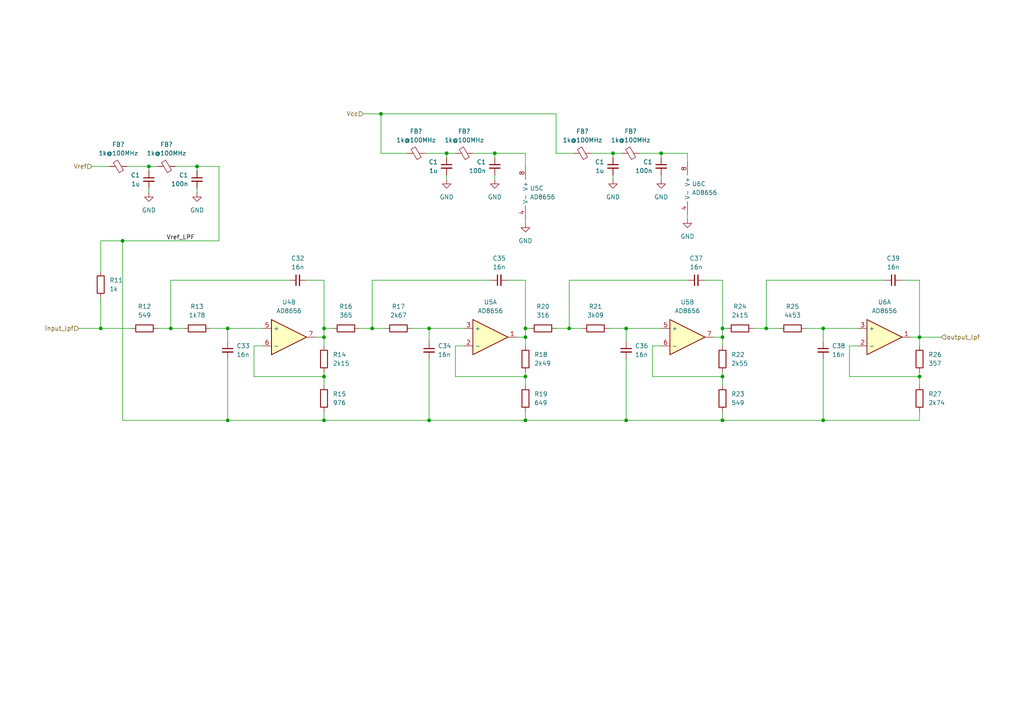
<source format=kicad_sch>
(kicad_sch (version 20230121) (generator eeschema)
  (paper "A4")
  (lib_symbols
    (symbol "Device:C_Small" (pin_numbers hide) (pin_names (offset 0.254) hide)
      (property "Reference" "C" (at 0.254 1.778 0))
      (property "Value" "C_Small" (at 0.254 -2.032 0))
      (symbol "C_Small_0_1"
        (polyline (pts (xy -1.524 -0.508) (xy 1.524 -0.508)) (stroke (width 0.3302)))
        (polyline (pts (xy -1.524 0.508) (xy 1.524 0.508)) (stroke (width 0.3048)))
      )
      (symbol "C_Small_1_1"
        (pin passive line (at 0 2.54 270) (length 2.032) (name "~") (number "1"))
        (pin passive line (at 0 -2.54 90) (length 2.032) (name "~") (number "2"))
      )
    )
    (symbol "Device:FerriteBead_Small" (pin_numbers hide) (pin_names (offset 0))
      (property "Reference" "FB" (at 1.905 1.27 0))
      (property "Value" "FerriteBead_Small" (at 1.905 -1.27 0))
      (symbol "FerriteBead_Small_0_1"
        (polyline (pts (xy 0 -1.27) (xy 0 -0.7874)))
        (polyline (pts (xy 0 0.889) (xy 0 1.2954)))
        (polyline (pts (xy -1.8288 0.2794) (xy -1.1176 1.4986) (xy 1.8288 -0.2032) (xy 1.1176 -1.4224) (xy -1.8288 0.2794)))
      )
      (symbol "FerriteBead_Small_1_1"
        (pin passive line (at 0 2.54 270) (length 1.27) (name "~") (number "1"))
        (pin passive line (at 0 -2.54 90) (length 1.27) (name "~") (number "2"))
      )
    )
    (symbol "Device:Opamp_Dual"
      (property "Reference" "U" (at 0 5.08 0))
      (property "Value" "Opamp_Dual" (at 0 -5.08 0))
      (symbol "Opamp_Dual_1_1"
        (polyline (pts (xy -5.08 5.08) (xy 5.08 0) (xy -5.08 -5.08) (xy -5.08 5.08)) (stroke (width 0.254)) (fill (type background)))
        (pin output line (at 7.62 0 180) (length 2.54) (name "~") (number "1"))
        (pin input line (at -7.62 -2.54 0) (length 2.54) (name "-") (number "2"))
        (pin input line (at -7.62 2.54 0) (length 2.54) (name "+") (number "3"))
      )
      (symbol "Opamp_Dual_2_1"
        (polyline (pts (xy -5.08 5.08) (xy 5.08 0) (xy -5.08 -5.08) (xy -5.08 5.08)) (stroke (width 0.254)) (fill (type background)))
        (pin input line (at -7.62 2.54 0) (length 2.54) (name "+") (number "5"))
        (pin input line (at -7.62 -2.54 0) (length 2.54) (name "-") (number "6"))
        (pin output line (at 7.62 0 180) (length 2.54) (name "~") (number "7"))
      )
      (symbol "Opamp_Dual_3_1"
        (pin power_in line (at -2.54 -7.62 90) (length 3.81) (name "V-") (number "4"))
        (pin power_in line (at -2.54 7.62 270) (length 3.81) (name "V+") (number "8"))
      )
    )
    (symbol "Device:R" (pin_numbers hide) (pin_names (offset 0))
      (property "Reference" "R" (at 2.032 0 90))
      (property "Value" "R" (at 0 0 90))
      (symbol "R_0_1"
        (rectangle (start -1.016 -2.54) (end 1.016 2.54) (stroke (width 0.254)))
      )
      (symbol "R_1_1"
        (pin passive line (at 0 3.81 270) (length 1.27) (name "~") (number "1"))
        (pin passive line (at 0 -3.81 90) (length 1.27) (name "~") (number "2"))
      )
    )
    (symbol "power:GND" (power) (pin_names (offset 0))
      (property "Value" "GND" (at 0 -3.81 0))
      (symbol "GND_0_1"
        (polyline (pts (xy 0 0) (xy 0 -1.27) (xy 1.27 -1.27) (xy 0 -2.54) (xy -1.27 -1.27) (xy 0 -1.27)))
      )
      (symbol "GND_1_1"
        (pin power_in line (at 0 0 270) (length 0) hide (name "GND") (number "1"))
      )
    )
  )
  (junction (at 238.76 121.92))
  (junction (at 143.51 44.45))
  (junction (at 152.4 97.79))
  (junction (at 93.98 109.22))
  (junction (at 177.8 44.45))
  (junction (at 165.1 95.25))
  (junction (at 152.4 109.22))
  (junction (at 209.55 121.92))
  (junction (at 191.77 44.45))
  (junction (at 152.4 95.25))
  (junction (at 266.7 97.79))
  (junction (at 107.95 95.25))
  (junction (at 129.54 44.45))
  (junction (at 181.61 121.92))
  (junction (at 49.53 95.25))
  (junction (at 93.98 121.92))
  (junction (at 152.4 121.92))
  (junction (at 209.55 109.22))
  (junction (at 209.55 97.79))
  (junction (at 266.7 109.22))
  (junction (at 29.21 95.25))
  (junction (at 43.18 48.26))
  (junction (at 124.46 95.25))
  (junction (at 66.04 95.25))
  (junction (at 35.56 69.85))
  (junction (at 124.46 121.92))
  (junction (at 57.15 48.26))
  (junction (at 238.76 95.25))
  (junction (at 209.55 95.25))
  (junction (at 181.61 95.25))
  (junction (at 93.98 95.25))
  (junction (at 110.49 33.02))
  (junction (at 66.04 121.92))
  (junction (at 93.98 97.79))
  (junction (at 222.25 95.25))
  (wire (pts (xy 73.66 109.22) (xy 93.98 109.22)))
  (wire (pts (xy 152.4 95.25) (xy 153.67 95.25)))
  (wire (pts (xy 73.66 100.33) (xy 73.66 109.22)))
  (wire (pts (xy 66.04 121.92) (xy 93.98 121.92)))
  (wire (pts (xy 248.92 100.33) (xy 246.38 100.33)))
  (wire (pts (xy 266.7 81.28) (xy 261.62 81.28)))
  (wire (pts (xy 93.98 95.25) (xy 93.98 97.79)))
  (wire (pts (xy 238.76 95.25) (xy 248.92 95.25)))
  (wire (pts (xy 43.18 48.26) (xy 45.72 48.26)))
  (wire (pts (xy 152.4 121.92) (xy 152.4 119.38)))
  (wire (pts (xy 66.04 95.25) (xy 66.04 99.06)))
  (wire (pts (xy 142.24 81.28) (xy 107.95 81.28)))
  (wire (pts (xy 43.18 48.26) (xy 36.83 48.26)))
  (wire (pts (xy 266.7 107.95) (xy 266.7 109.22)))
  (wire (pts (xy 209.55 97.79) (xy 209.55 95.25)))
  (wire (pts (xy 66.04 104.14) (xy 66.04 121.92)))
  (wire (pts (xy 266.7 97.79) (xy 273.05 97.79)))
  (wire (pts (xy 129.54 44.45) (xy 132.08 44.45)))
  (wire (pts (xy 209.55 121.92) (xy 209.55 119.38)))
  (wire (pts (xy 93.98 97.79) (xy 93.98 100.33)))
  (wire (pts (xy 76.2 100.33) (xy 73.66 100.33)))
  (wire (pts (xy 57.15 49.53) (xy 57.15 48.26)))
  (wire (pts (xy 238.76 95.25) (xy 238.76 99.06)))
  (wire (pts (xy 152.4 109.22) (xy 152.4 111.76)))
  (wire (pts (xy 256.54 81.28) (xy 222.25 81.28)))
  (wire (pts (xy 266.7 97.79) (xy 266.7 81.28)))
  (wire (pts (xy 93.98 121.92) (xy 93.98 119.38)))
  (wire (pts (xy 93.98 95.25) (xy 96.52 95.25)))
  (wire (pts (xy 181.61 104.14) (xy 181.61 121.92)))
  (wire (pts (xy 43.18 49.53) (xy 43.18 48.26)))
  (wire (pts (xy 152.4 97.79) (xy 152.4 95.25)))
  (wire (pts (xy 177.8 50.8) (xy 177.8 52.07)))
  (wire (pts (xy 185.42 44.45) (xy 191.77 44.45)))
  (wire (pts (xy 110.49 44.45) (xy 110.49 33.02)))
  (wire (pts (xy 209.55 81.28) (xy 204.47 81.28)))
  (wire (pts (xy 35.56 121.92) (xy 66.04 121.92)))
  (wire (pts (xy 209.55 95.25) (xy 209.55 81.28)))
  (wire (pts (xy 191.77 50.8) (xy 191.77 52.07)))
  (wire (pts (xy 222.25 95.25) (xy 226.06 95.25)))
  (wire (pts (xy 104.14 95.25) (xy 107.95 95.25)))
  (wire (pts (xy 177.8 45.72) (xy 177.8 44.45)))
  (wire (pts (xy 209.55 109.22) (xy 209.55 111.76)))
  (wire (pts (xy 266.7 97.79) (xy 266.7 100.33)))
  (wire (pts (xy 35.56 69.85) (xy 35.56 121.92)))
  (wire (pts (xy 266.7 121.92) (xy 266.7 119.38)))
  (wire (pts (xy 29.21 78.74) (xy 29.21 69.85)))
  (wire (pts (xy 233.68 95.25) (xy 238.76 95.25)))
  (wire (pts (xy 107.95 81.28) (xy 107.95 95.25)))
  (wire (pts (xy 246.38 100.33) (xy 246.38 109.22)))
  (wire (pts (xy 177.8 44.45) (xy 180.34 44.45)))
  (wire (pts (xy 124.46 95.25) (xy 124.46 99.06)))
  (wire (pts (xy 35.56 69.85) (xy 63.5 69.85)))
  (wire (pts (xy 93.98 95.25) (xy 93.98 81.28)))
  (wire (pts (xy 93.98 107.95) (xy 93.98 109.22)))
  (wire (pts (xy 124.46 104.14) (xy 124.46 121.92)))
  (wire (pts (xy 165.1 81.28) (xy 165.1 95.25)))
  (wire (pts (xy 264.16 97.79) (xy 266.7 97.79)))
  (wire (pts (xy 29.21 95.25) (xy 38.1 95.25)))
  (wire (pts (xy 161.29 44.45) (xy 166.37 44.45)))
  (wire (pts (xy 209.55 107.95) (xy 209.55 109.22)))
  (wire (pts (xy 222.25 81.28) (xy 222.25 95.25)))
  (wire (pts (xy 60.96 95.25) (xy 66.04 95.25)))
  (wire (pts (xy 22.86 95.25) (xy 29.21 95.25)))
  (wire (pts (xy 29.21 86.36) (xy 29.21 95.25)))
  (wire (pts (xy 49.53 81.28) (xy 49.53 95.25)))
  (wire (pts (xy 110.49 33.02) (xy 161.29 33.02)))
  (wire (pts (xy 43.18 54.61) (xy 43.18 55.88)))
  (wire (pts (xy 129.54 44.45) (xy 123.19 44.45)))
  (wire (pts (xy 129.54 50.8) (xy 129.54 52.07)))
  (wire (pts (xy 57.15 48.26) (xy 50.8 48.26)))
  (wire (pts (xy 152.4 107.95) (xy 152.4 109.22)))
  (wire (pts (xy 49.53 95.25) (xy 53.34 95.25)))
  (wire (pts (xy 152.4 48.26) (xy 152.4 44.45)))
  (wire (pts (xy 218.44 95.25) (xy 222.25 95.25)))
  (wire (pts (xy 191.77 45.72) (xy 191.77 44.45)))
  (wire (pts (xy 124.46 121.92) (xy 152.4 121.92)))
  (wire (pts (xy 118.11 44.45) (xy 110.49 44.45)))
  (wire (pts (xy 93.98 109.22) (xy 93.98 111.76)))
  (wire (pts (xy 191.77 44.45) (xy 199.39 44.45)))
  (wire (pts (xy 176.53 95.25) (xy 181.61 95.25)))
  (wire (pts (xy 143.51 44.45) (xy 137.16 44.45)))
  (wire (pts (xy 124.46 95.25) (xy 134.62 95.25)))
  (wire (pts (xy 143.51 50.8) (xy 143.51 52.07)))
  (wire (pts (xy 246.38 109.22) (xy 266.7 109.22)))
  (wire (pts (xy 238.76 104.14) (xy 238.76 121.92)))
  (wire (pts (xy 152.4 44.45) (xy 143.51 44.45)))
  (wire (pts (xy 143.51 45.72) (xy 143.51 44.45)))
  (wire (pts (xy 129.54 45.72) (xy 129.54 44.45)))
  (wire (pts (xy 181.61 121.92) (xy 209.55 121.92)))
  (wire (pts (xy 152.4 63.5) (xy 152.4 64.77)))
  (wire (pts (xy 134.62 100.33) (xy 132.08 100.33)))
  (wire (pts (xy 45.72 95.25) (xy 49.53 95.25)))
  (wire (pts (xy 91.44 97.79) (xy 93.98 97.79)))
  (wire (pts (xy 181.61 95.25) (xy 181.61 99.06)))
  (wire (pts (xy 63.5 69.85) (xy 63.5 48.26)))
  (wire (pts (xy 199.39 46.99) (xy 199.39 44.45)))
  (wire (pts (xy 199.39 62.23) (xy 199.39 63.5)))
  (wire (pts (xy 199.39 81.28) (xy 165.1 81.28)))
  (wire (pts (xy 29.21 69.85) (xy 35.56 69.85)))
  (wire (pts (xy 63.5 48.26) (xy 57.15 48.26)))
  (wire (pts (xy 132.08 109.22) (xy 152.4 109.22)))
  (wire (pts (xy 66.04 95.25) (xy 76.2 95.25)))
  (wire (pts (xy 107.95 95.25) (xy 111.76 95.25)))
  (wire (pts (xy 152.4 81.28) (xy 147.32 81.28)))
  (wire (pts (xy 105.41 33.02) (xy 110.49 33.02)))
  (wire (pts (xy 191.77 100.33) (xy 189.23 100.33)))
  (wire (pts (xy 119.38 95.25) (xy 124.46 95.25)))
  (wire (pts (xy 266.7 109.22) (xy 266.7 111.76)))
  (wire (pts (xy 57.15 54.61) (xy 57.15 55.88)))
  (wire (pts (xy 152.4 95.25) (xy 152.4 81.28)))
  (wire (pts (xy 165.1 95.25) (xy 168.91 95.25)))
  (wire (pts (xy 161.29 95.25) (xy 165.1 95.25)))
  (wire (pts (xy 152.4 97.79) (xy 152.4 100.33)))
  (wire (pts (xy 132.08 100.33) (xy 132.08 109.22)))
  (wire (pts (xy 209.55 121.92) (xy 238.76 121.92)))
  (wire (pts (xy 149.86 97.79) (xy 152.4 97.79)))
  (wire (pts (xy 209.55 97.79) (xy 209.55 100.33)))
  (wire (pts (xy 161.29 33.02) (xy 161.29 44.45)))
  (wire (pts (xy 26.67 48.26) (xy 31.75 48.26)))
  (wire (pts (xy 238.76 121.92) (xy 266.7 121.92)))
  (wire (pts (xy 207.01 97.79) (xy 209.55 97.79)))
  (wire (pts (xy 209.55 95.25) (xy 210.82 95.25)))
  (wire (pts (xy 152.4 121.92) (xy 181.61 121.92)))
  (wire (pts (xy 93.98 81.28) (xy 88.9 81.28)))
  (wire (pts (xy 93.98 121.92) (xy 124.46 121.92)))
  (wire (pts (xy 189.23 109.22) (xy 209.55 109.22)))
  (wire (pts (xy 181.61 95.25) (xy 191.77 95.25)))
  (wire (pts (xy 177.8 44.45) (xy 171.45 44.45)))
  (wire (pts (xy 189.23 100.33) (xy 189.23 109.22)))
  (wire (pts (xy 83.82 81.28) (xy 49.53 81.28)))
  (label "Vref_LPF" (at 48.26 69.85 0))
  (hierarchical_label "output_lpf" (shape input) (at 273.05 97.79 0))
  (hierarchical_label "Vcc" (shape input) (at 105.41 33.02 180))
  (hierarchical_label "Vref" (shape input) (at 26.67 48.26 180))
  (hierarchical_label "input_lpf" (shape input) (at 22.86 95.25 180))
  (symbol (lib_id "Device:R") (at 41.91 95.25 90) (unit 1)
    (property "Reference" "R12" (at 41.91 88.9 90))
    (property "Value" "549" (at 41.91 91.44 90))
    (property "Footprint" "Resistor_SMD:R_1206_3216Metric_Pad1.30x1.75mm_HandSolder" (effects hide))
    (property "Manufacture #" "CR1206-FX-5490ELF" (effects hide))
  )
  (symbol (lib_id "power:GND") (at 191.77 52.07 0) (unit 1)
    (property "Reference" "#PWR024" (effects hide))
    (property "Value" "GND" (at 191.77 57.15 0))
  )
  (symbol (lib_id "Device:Opamp_Dual") (at 154.94 55.88 0) (unit 3)
    (property "Reference" "U5" (at 153.67 54.61 0) (effects (justify left)))
    (property "Value" "AD8656" (at 153.67 57.15 0) (effects (justify left)))
    (property "Footprint" "Package_SO:SOIC-8_3.9x4.9mm_P1.27mm" (effects hide))
    (property "Manufacture #" "AD8656ARZ" (effects hide))
  )
  (symbol (lib_id "Device:C_Small") (at 201.93 81.28 90) (unit 1)
    (property "Reference" "C37" (at 201.9363 74.93 90))
    (property "Value" "16n" (at 201.9363 77.47 90))
    (property "Footprint" "Capacitor_SMD:C_1206_3216Metric_Pad1.33x1.80mm_HandSolder" (effects hide))
    (property "Manufacture #" "GRM3195C1H163JA01D" (effects hide))
  )
  (symbol (lib_id "Device:C_Small") (at 191.77 48.26 0) (mirror y) (unit 1)
    (property "Reference" "C1" (at 189.23 46.99 0) (effects (justify left)))
    (property "Value" "100n" (at 189.23 49.53 0) (effects (justify left)))
    (property "Footprint" "Capacitor_SMD:C_1206_3216Metric_Pad1.33x1.80mm_HandSolder" (effects hide))
    (property "Manufacture #" "C1206C104M5RACTU" (effects hide))
    (instances (project "Radar_Amp_v2" (path "" (reference "C1") (unit 1)) (path "" (reference "C25") (unit 1)) (path "" (reference "C31") (unit 1))))
  )
  (symbol (lib_id "Device:Opamp_Dual") (at 256.54 97.79 0) (unit 1)
    (property "Reference" "U6" (at 256.54 87.63 0))
    (property "Value" "AD8656" (at 256.54 90.17 0))
    (property "Footprint" "Package_SO:SOIC-8_3.9x4.9mm_P1.27mm" (effects hide))
    (property "Manufacture #" "AD8656ARZ" (effects hide))
  )
  (symbol (lib_id "Device:R") (at 152.4 115.57 0) (unit 1)
    (property "Reference" "R19" (at 154.94 114.3 0) (effects (justify left)))
    (property "Value" "649" (at 154.94 116.84 0) (effects (justify left)))
    (property "Footprint" "Resistor_SMD:R_1206_3216Metric_Pad1.30x1.75mm_HandSolder" (effects hide))
    (property "Manufacture #" "CR1206-FX-6490ELF" (effects hide))
  )
  (symbol (lib_id "Device:C_Small") (at 238.76 101.6 0) (unit 1)
    (property "Reference" "C38" (at 241.3 100.3363 0) (effects (justify left)))
    (property "Value" "16n" (at 241.3 102.8763 0) (effects (justify left)))
    (property "Footprint" "Capacitor_SMD:C_1206_3216Metric_Pad1.33x1.80mm_HandSolder" (effects hide))
    (property "Manufacture #" "GRM3195C1H163JA01D" (effects hide))
  )
  (symbol (lib_id "Device:R") (at 266.7 115.57 0) (unit 1)
    (property "Reference" "R27" (at 269.24 114.3 0) (effects (justify left)))
    (property "Value" "2k74" (at 269.24 116.84 0) (effects (justify left)))
    (property "Footprint" "Resistor_SMD:R_1206_3216Metric_Pad1.30x1.75mm_HandSolder" (effects hide))
    (property "Manufacture #" "CR1206-FX-2741ELF" (effects hide))
  )
  (symbol (lib_id "Device:R") (at 29.21 82.55 0) (unit 1)
    (property "Reference" "R11" (at 31.75 81.28 0) (effects (justify left)))
    (property "Value" "1k" (at 31.75 83.82 0) (effects (justify left)))
    (property "Footprint" "Resistor_SMD:R_1206_3216Metric_Pad1.30x1.75mm_HandSolder" (effects hide))
    (property "Manufacture #" "CR1206-FX-1002ELF" (effects hide))
  )
  (symbol (lib_id "power:GND") (at 143.51 52.07 0) (unit 1)
    (property "Reference" "#PWR021" (effects hide))
    (property "Value" "GND" (at 143.51 57.15 0))
  )
  (symbol (lib_id "Device:R") (at 157.48 95.25 90) (unit 1)
    (property "Reference" "R20" (at 157.48 88.9 90))
    (property "Value" "316" (at 157.48 91.44 90))
    (property "Footprint" "Resistor_SMD:R_1206_3216Metric_Pad1.30x1.75mm_HandSolder" (effects hide))
    (property "Manufacture #" "CR1206-FX-3160ELF" (effects hide))
  )
  (symbol (lib_id "Device:C_Small") (at 177.8 48.26 0) (mirror y) (unit 1)
    (property "Reference" "C1" (at 175.26 46.99 0) (effects (justify left)))
    (property "Value" "1u" (at 175.26 49.53 0) (effects (justify left)))
    (property "Footprint" "Capacitor_SMD:C_1206_3216Metric_Pad1.33x1.80mm_HandSolder" (effects hide))
    (property "Manufacture #" "C1206C104M5RACTU" (effects hide))
    (instances (project "Radar_Amp_v2" (path "" (reference "C1") (unit 1)) (path "" (reference "C25") (unit 1)) (path "" (reference "C30") (unit 1))))
  )
  (symbol (lib_id "Device:R") (at 209.55 104.14 0) (unit 1)
    (property "Reference" "R22" (at 212.09 102.87 0) (effects (justify left)))
    (property "Value" "2k55" (at 212.09 105.41 0) (effects (justify left)))
    (property "Footprint" "Resistor_SMD:R_1206_3216Metric_Pad1.30x1.75mm_HandSolder" (effects hide))
    (property "Manufacture #" "CR1206-FX-2551ELF" (effects hide))
  )
  (symbol (lib_id "Device:C_Small") (at 57.15 52.07 0) (mirror y) (unit 1)
    (property "Reference" "C1" (at 54.61 50.8 0) (effects (justify left)))
    (property "Value" "100n" (at 54.61 53.34 0) (effects (justify left)))
    (property "Footprint" "Capacitor_SMD:C_1206_3216Metric_Pad1.33x1.80mm_HandSolder" (effects hide))
    (property "Manufacture #" "C1206C104M5RACTU" (effects hide))
    (instances (project "Radar_Amp_v2" (path "" (reference "C1") (unit 1)) (path "" (reference "C25") (unit 1)) (path "" (reference "C26") (unit 1))))
  )
  (symbol (lib_id "power:GND") (at 199.39 63.5 0) (unit 1)
    (property "Reference" "#PWR025" (effects hide))
    (property "Value" "GND" (at 199.39 68.58 0))
  )
  (symbol (lib_id "Device:FerriteBead_Small") (at 48.26 48.26 270) (mirror x) (unit 1)
    (property "Reference" "FB?" (at 48.2981 41.91 90))
    (property "Value" "1k@100MHz" (at 48.2981 44.45 90))
    (property "Footprint" "Inductor_SMD:L_1206_3216Metric_Pad1.22x1.90mm_HandSolder" (effects hide))
    (property "Manufacture #" "BLM31KN102SN1L" (effects hide))
    (instances (project "Radar_Amp_v2" (path "" (reference "FB?") (unit 1)) (path "" (reference "FB11") (unit 1)) (path "" (reference "FB12") (unit 1))))
  )
  (symbol (lib_id "Device:R") (at 57.15 95.25 90) (unit 1)
    (property "Reference" "R13" (at 57.15 88.9 90))
    (property "Value" "1k78" (at 57.15 91.44 90))
    (property "Footprint" "Resistor_SMD:R_1206_3216Metric_Pad1.30x1.75mm_HandSolder" (effects hide))
    (property "Manufacture #" "CR1206-FX-1781ELF " (effects hide))
  )
  (symbol (lib_id "Device:FerriteBead_Small") (at 120.65 44.45 270) (mirror x) (unit 1)
    (property "Reference" "FB?" (at 120.6881 38.1 90))
    (property "Value" "1k@100MHz" (at 120.6881 40.64 90))
    (property "Footprint" "Inductor_SMD:L_1206_3216Metric_Pad1.22x1.90mm_HandSolder" (effects hide))
    (property "Manufacture #" "BLM31KN102SN1L" (effects hide))
    (instances (project "Radar_Amp_v2" (path "" (reference "FB?") (unit 1)) (path "" (reference "FB11") (unit 1)) (path "" (reference "FB14") (unit 1))))
  )
  (symbol (lib_id "power:GND") (at 177.8 52.07 0) (unit 1)
    (property "Reference" "#PWR023" (effects hide))
    (property "Value" "GND" (at 177.8 57.15 0))
  )
  (symbol (lib_id "Device:R") (at 100.33 95.25 90) (unit 1)
    (property "Reference" "R16" (at 100.33 88.9 90))
    (property "Value" "365" (at 100.33 91.44 90))
    (property "Footprint" "Resistor_SMD:R_1206_3216Metric_Pad1.30x1.75mm_HandSolder" (effects hide))
    (property "Manufacture #" "CR1206-FX-3650ELF" (effects hide))
  )
  (symbol (lib_id "Device:R") (at 172.72 95.25 90) (unit 1)
    (property "Reference" "R21" (at 172.72 88.9 90))
    (property "Value" "3k09" (at 172.72 91.44 90))
    (property "Footprint" "Resistor_SMD:R_1206_3216Metric_Pad1.30x1.75mm_HandSolder" (effects hide))
    (property "Manufacture #" "CR1206-FX-3091ELF" (effects hide))
  )
  (symbol (lib_id "Device:C_Small") (at 66.04 101.6 0) (unit 1)
    (property "Reference" "C33" (at 68.58 100.3363 0) (effects (justify left)))
    (property "Value" "16n" (at 68.58 102.8763 0) (effects (justify left)))
    (property "Footprint" "Capacitor_SMD:C_1206_3216Metric_Pad1.33x1.80mm_HandSolder" (effects hide))
    (property "Manufacture #" "GRM3195C1H163JA01D" (effects hide))
  )
  (symbol (lib_id "Device:R") (at 266.7 104.14 0) (unit 1)
    (property "Reference" "R26" (at 269.24 102.87 0) (effects (justify left)))
    (property "Value" "357" (at 269.24 105.41 0) (effects (justify left)))
    (property "Footprint" "Resistor_SMD:R_1206_3216Metric_Pad1.30x1.75mm_HandSolder" (effects hide))
    (property "Manufacture #" "CR1206-FX-3570ELF" (effects hide))
  )
  (symbol (lib_id "Device:FerriteBead_Small") (at 168.91 44.45 270) (mirror x) (unit 1)
    (property "Reference" "FB?" (at 168.9481 38.1 90))
    (property "Value" "1k@100MHz" (at 168.9481 40.64 90))
    (property "Footprint" "Inductor_SMD:L_1206_3216Metric_Pad1.22x1.90mm_HandSolder" (effects hide))
    (property "Manufacture #" "BLM31KN102SN1L" (effects hide))
    (instances (project "Radar_Amp_v2" (path "" (reference "FB?") (unit 1)) (path "" (reference "FB11") (unit 1)) (path "" (reference "FB16") (unit 1))))
  )
  (symbol (lib_id "Device:C_Small") (at 124.46 101.6 0) (unit 1)
    (property "Reference" "C34" (at 127 100.3363 0) (effects (justify left)))
    (property "Value" "16n" (at 127 102.8763 0) (effects (justify left)))
    (property "Footprint" "Capacitor_SMD:C_1206_3216Metric_Pad1.33x1.80mm_HandSolder" (effects hide))
    (property "Manufacture #" "GRM3195C1H163JA01D" (effects hide))
  )
  (symbol (lib_id "Device:R") (at 214.63 95.25 90) (unit 1)
    (property "Reference" "R24" (at 214.63 88.9 90))
    (property "Value" "2k15" (at 214.63 91.44 90))
    (property "Footprint" "Resistor_SMD:R_1206_3216Metric_Pad1.30x1.75mm_HandSolder" (effects hide))
    (property "Manufacture #" "CR1206-FX-2151ELF" (effects hide))
  )
  (symbol (lib_id "Device:C_Small") (at 259.08 81.28 90) (unit 1)
    (property "Reference" "C39" (at 259.0863 74.93 90))
    (property "Value" "16n" (at 259.0863 77.47 90))
    (property "Footprint" "Capacitor_SMD:C_1206_3216Metric_Pad1.33x1.80mm_HandSolder" (effects hide))
    (property "Manufacture #" "GRM3195C1H163JA01D" (effects hide))
  )
  (symbol (lib_id "Device:R") (at 115.57 95.25 90) (unit 1)
    (property "Reference" "R17" (at 115.57 88.9 90))
    (property "Value" "2k67" (at 115.57 91.44 90))
    (property "Footprint" "Resistor_SMD:R_1206_3216Metric_Pad1.30x1.75mm_HandSolder" (effects hide))
    (property "Manufacture #" "CR1206-FX-2671ELF" (effects hide))
  )
  (symbol (lib_id "Device:C_Small") (at 144.78 81.28 90) (unit 1)
    (property "Reference" "C35" (at 144.7863 74.93 90))
    (property "Value" "16n" (at 144.7863 77.47 90))
    (property "Footprint" "Capacitor_SMD:C_1206_3216Metric_Pad1.33x1.80mm_HandSolder" (effects hide))
    (property "Manufacture #" "GRM3195C1H163JA01D" (effects hide))
  )
  (symbol (lib_id "Device:C_Small") (at 86.36 81.28 90) (unit 1)
    (property "Reference" "C32" (at 86.3663 74.93 90))
    (property "Value" "16n" (at 86.3663 77.47 90))
    (property "Footprint" "Capacitor_SMD:C_1206_3216Metric_Pad1.33x1.80mm_HandSolder" (effects hide))
    (property "Manufacture #" "GRM3195C1H163JA01D" (effects hide))
  )
  (symbol (lib_id "Device:FerriteBead_Small") (at 182.88 44.45 270) (mirror x) (unit 1)
    (property "Reference" "FB?" (at 182.9181 38.1 90))
    (property "Value" "1k@100MHz" (at 182.9181 40.64 90))
    (property "Footprint" "Inductor_SMD:L_1206_3216Metric_Pad1.22x1.90mm_HandSolder" (effects hide))
    (property "Manufacture #" "BLM31KN102SN1L" (effects hide))
    (instances (project "Radar_Amp_v2" (path "" (reference "FB?") (unit 1)) (path "" (reference "FB11") (unit 1)) (path "" (reference "FB17") (unit 1))))
  )
  (symbol (lib_id "Device:FerriteBead_Small") (at 34.29 48.26 270) (mirror x) (unit 1)
    (property "Reference" "FB?" (at 34.3281 41.91 90))
    (property "Value" "1k@100MHz" (at 34.3281 44.45 90))
    (property "Footprint" "Inductor_SMD:L_1206_3216Metric_Pad1.22x1.90mm_HandSolder" (effects hide))
    (property "Manufacture #" "BLM31KN102SN1L" (effects hide))
    (instances (project "Radar_Amp_v2" (path "" (reference "FB?") (unit 1)) (path "" (reference "FB11") (unit 1)) (path "" (reference "FB13") (unit 1))))
  )
  (symbol (lib_id "Device:C_Small") (at 129.54 48.26 0) (mirror y) (unit 1)
    (property "Reference" "C1" (at 127 46.99 0) (effects (justify left)))
    (property "Value" "1u" (at 127 49.53 0) (effects (justify left)))
    (property "Footprint" "Capacitor_SMD:C_1206_3216Metric_Pad1.33x1.80mm_HandSolder" (effects hide))
    (property "Manufacture #" "C1206C104M5RACTU" (effects hide))
    (instances (project "Radar_Amp_v2" (path "" (reference "C1") (unit 1)) (path "" (reference "C25") (unit 1)) (path "" (reference "C28") (unit 1))))
  )
  (symbol (lib_id "power:GND") (at 57.15 55.88 0) (unit 1)
    (property "Reference" "#PWR018" (effects hide))
    (property "Value" "GND" (at 57.15 60.96 0))
  )
  (symbol (lib_id "Device:C_Small") (at 43.18 52.07 0) (mirror y) (unit 1)
    (property "Reference" "C1" (at 40.64 50.8 0) (effects (justify left)))
    (property "Value" "1u" (at 40.64 53.34 0) (effects (justify left)))
    (property "Footprint" "Capacitor_SMD:C_1206_3216Metric_Pad1.33x1.80mm_HandSolder" (effects hide))
    (property "Manufacture #" "C1206C104M5RACTU" (effects hide))
    (instances (project "Radar_Amp_v2" (path "" (reference "C1") (unit 1)) (path "" (reference "C25") (unit 1)) (path "" (reference "C27") (unit 1))))
  )
  (symbol (lib_id "power:GND") (at 129.54 52.07 0) (unit 1)
    (property "Reference" "#PWR020" (effects hide))
    (property "Value" "GND" (at 129.54 57.15 0))
  )
  (symbol (lib_id "Device:C_Small") (at 181.61 101.6 0) (unit 1)
    (property "Reference" "C36" (at 184.15 100.3363 0) (effects (justify left)))
    (property "Value" "16n" (at 184.15 102.8763 0) (effects (justify left)))
    (property "Footprint" "Capacitor_SMD:C_1206_3216Metric_Pad1.33x1.80mm_HandSolder" (effects hide))
    (property "Manufacture #" "GRM3195C1H163JA01D" (effects hide))
  )
  (symbol (lib_id "Device:R") (at 152.4 104.14 0) (unit 1)
    (property "Reference" "R18" (at 154.94 102.87 0) (effects (justify left)))
    (property "Value" "2k49" (at 154.94 105.41 0) (effects (justify left)))
    (property "Footprint" "Resistor_SMD:R_1206_3216Metric_Pad1.30x1.75mm_HandSolder" (effects hide))
    (property "Manufacture #" "CR1206-FX-2491ELF" (effects hide))
  )
  (symbol (lib_id "Device:C_Small") (at 143.51 48.26 0) (mirror y) (unit 1)
    (property "Reference" "C1" (at 140.97 46.99 0) (effects (justify left)))
    (property "Value" "100n" (at 140.97 49.53 0) (effects (justify left)))
    (property "Footprint" "Capacitor_SMD:C_1206_3216Metric_Pad1.33x1.80mm_HandSolder" (effects hide))
    (property "Manufacture #" "C1206C104M5RACTU" (effects hide))
    (instances (project "Radar_Amp_v2" (path "" (reference "C1") (unit 1)) (path "" (reference "C25") (unit 1)) (path "" (reference "C29") (unit 1))))
  )
  (symbol (lib_id "power:GND") (at 43.18 55.88 0) (unit 1)
    (property "Reference" "#PWR019" (effects hide))
    (property "Value" "GND" (at 43.18 60.96 0))
  )
  (symbol (lib_id "Device:FerriteBead_Small") (at 134.62 44.45 270) (mirror x) (unit 1)
    (property "Reference" "FB?" (at 134.6581 38.1 90))
    (property "Value" "1k@100MHz" (at 134.6581 40.64 90))
    (property "Footprint" "Inductor_SMD:L_1206_3216Metric_Pad1.22x1.90mm_HandSolder" (effects hide))
    (property "Manufacture #" "BLM31KN102SN1L" (effects hide))
    (instances (project "Radar_Amp_v2" (path "" (reference "FB?") (unit 1)) (path "" (reference "FB11") (unit 1)) (path "" (reference "FB15") (unit 1))))
  )
  (symbol (lib_id "Device:Opamp_Dual") (at 201.93 54.61 0) (unit 3)
    (property "Reference" "U6" (at 200.66 53.34 0) (effects (justify left)))
    (property "Value" "AD8656" (at 200.66 55.88 0) (effects (justify left)))
    (property "Footprint" "Package_SO:SOIC-8_3.9x4.9mm_P1.27mm" (effects hide))
    (property "Manufacture #" "AD8656ARZ" (effects hide))
  )
  (symbol (lib_id "Device:R") (at 93.98 104.14 0) (unit 1)
    (property "Reference" "R14" (at 96.52 102.87 0) (effects (justify left)))
    (property "Value" "2k15" (at 96.52 105.41 0) (effects (justify left)))
    (property "Footprint" "Resistor_SMD:R_1206_3216Metric_Pad1.30x1.75mm_HandSolder" (effects hide))
    (property "Manufacture #" "CR1206-FX-2151ELF" (effects hide))
  )
  (symbol (lib_id "Device:R") (at 93.98 115.57 0) (unit 1)
    (property "Reference" "R15" (at 96.52 114.3 0) (effects (justify left)))
    (property "Value" "976" (at 96.52 116.84 0) (effects (justify left)))
    (property "Footprint" "Resistor_SMD:R_1206_3216Metric_Pad1.30x1.75mm_HandSolder" (effects hide))
    (property "Manufacture #" "RC1206FR-07976RL" (effects hide))
  )
  (symbol (lib_id "Device:Opamp_Dual") (at 199.39 97.79 0) (unit 2)
    (property "Reference" "U5" (at 199.39 87.63 0))
    (property "Value" "AD8656" (at 199.39 90.17 0))
    (property "Footprint" "Package_SO:SOIC-8_3.9x4.9mm_P1.27mm" (effects hide))
    (property "Manufacture #" "AD8656ARZ" (effects hide))
  )
  (symbol (lib_id "Device:R") (at 229.87 95.25 90) (unit 1)
    (property "Reference" "R25" (at 229.87 88.9 90))
    (property "Value" "4k53" (at 229.87 91.44 90))
    (property "Footprint" "Resistor_SMD:R_1206_3216Metric_Pad1.30x1.75mm_HandSolder" (effects hide))
    (property "Manufacture #" "CR1206-FX-4531ELF" (effects hide))
  )
  (symbol (lib_id "power:GND") (at 152.4 64.77 0) (unit 1)
    (property "Reference" "#PWR022" (effects hide))
    (property "Value" "GND" (at 152.4 69.85 0))
  )
  (symbol (lib_id "Device:R") (at 209.55 115.57 0) (unit 1)
    (property "Reference" "R23" (at 212.09 114.3 0) (effects (justify left)))
    (property "Value" "549" (at 212.09 116.84 0) (effects (justify left)))
    (property "Footprint" "Resistor_SMD:R_1206_3216Metric_Pad1.30x1.75mm_HandSolder" (effects hide))
    (property "Manufacture #" "CR1206-FX-5490ELF" (effects hide))
  )
  (symbol (lib_id "Device:Opamp_Dual") (at 142.24 97.79 0) (unit 1)
    (property "Reference" "U5" (at 142.24 87.63 0))
    (property "Value" "AD8656" (at 142.24 90.17 0))
    (property "Footprint" "Package_SO:SOIC-8_3.9x4.9mm_P1.27mm" (effects hide))
    (property "Manufacture #" "AD8656ARZ" (effects hide))
  )
  (symbol (lib_id "Device:Opamp_Dual") (at 83.82 97.79 0) (unit 2)
    (property "Reference" "U4" (at 83.82 87.63 0))
    (property "Value" "AD8656" (at 83.82 90.17 0))
    (property "Footprint" "Package_SO:SOIC-8_3.9x4.9mm_P1.27mm" (effects hide))
    (property "Manufacture #" "AD8656ARZ" (effects hide))
  )
)
</source>
